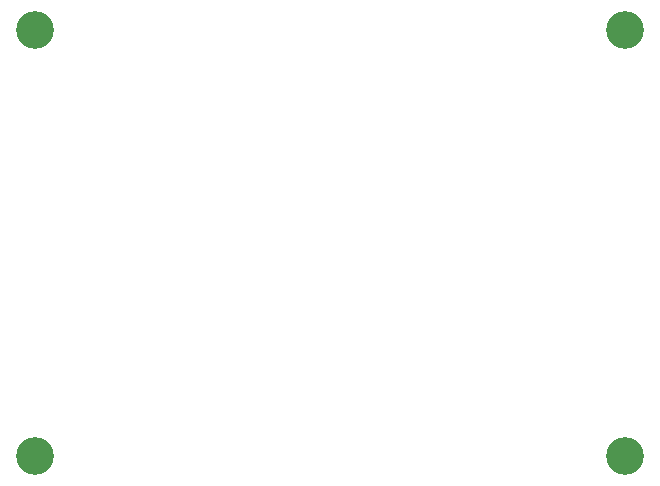
<source format=gbr>
%TF.GenerationSoftware,Altium Limited,Altium Designer,22.11.1 (43)*%
G04 Layer_Color=0*
%FSLAX45Y45*%
%MOMM*%
%TF.SameCoordinates,43E0CF4A-0526-4127-82AF-783748DA5692*%
%TF.FilePolarity,Positive*%
%TF.FileFunction,NonPlated,1,2,NPTH,Drill*%
%TF.Part,Single*%
G01*
G75*
%TA.AperFunction,OtherDrill,Pad Free-2 (65mm,111mm)*%
%ADD56C,3.20000*%
%TA.AperFunction,OtherDrill,Pad Free-2 (65mm,75mm)*%
%ADD57C,3.20000*%
%TA.AperFunction,OtherDrill,Pad Free-2 (115mm,111mm)*%
%ADD58C,3.20000*%
%TA.AperFunction,OtherDrill,Pad Free-2 (115mm,75mm)*%
%ADD59C,3.20000*%
D56*
X6500000Y11100000D02*
D03*
D57*
Y7500000D02*
D03*
D58*
X11500000Y11100000D02*
D03*
D59*
Y7500000D02*
D03*
%TF.MD5,4f7864178a4085cb6ecdf8eab63c4268*%
M02*

</source>
